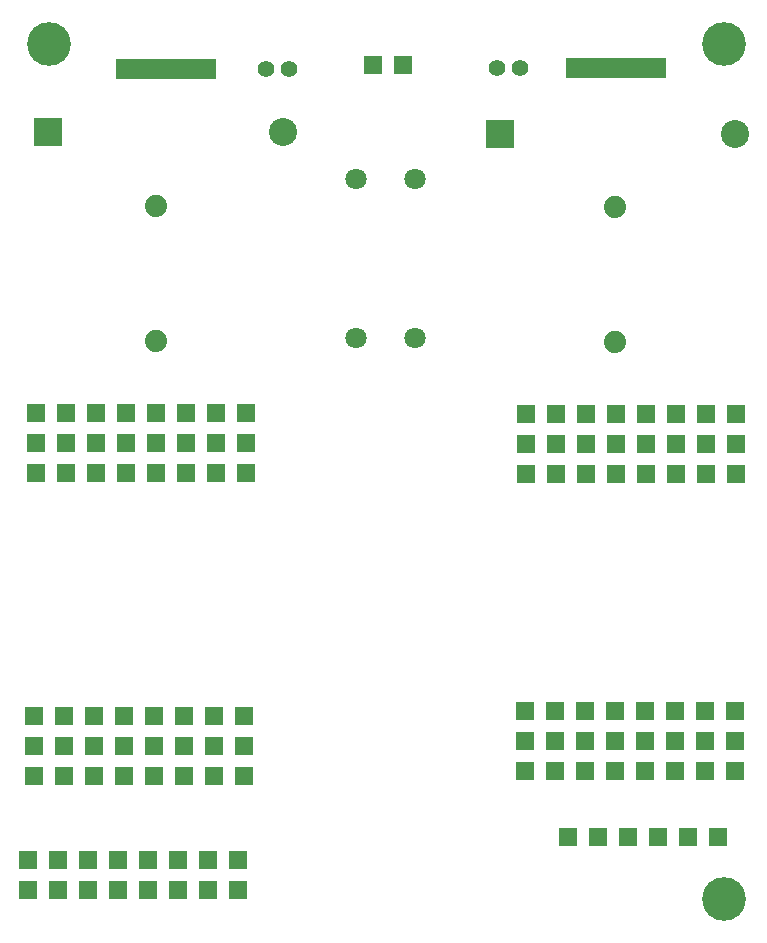
<source format=gbr>
G04 EAGLE Gerber RS-274X export*
G75*
%MOMM*%
%FSLAX34Y34*%
%LPD*%
%INSoldermask Bottom*%
%IPPOS*%
%AMOC8*
5,1,8,0,0,1.08239X$1,22.5*%
G01*
%ADD10C,3.703200*%
%ADD11C,1.403200*%
%ADD12C,1.803200*%
%ADD13R,2.372362X2.372362*%
%ADD14C,2.372362*%
%ADD15R,1.603200X1.603200*%
%ADD16C,1.879600*%
%ADD17R,1.743200X1.743200*%


D10*
X609600Y38100D03*
X609600Y762000D03*
X38100Y762000D03*
D11*
X241300Y740410D03*
X221300Y740410D03*
X436880Y741680D03*
X416880Y741680D03*
D12*
X297815Y512445D03*
X347815Y512445D03*
X347980Y647700D03*
X297980Y647700D03*
D13*
X37084Y687070D03*
D14*
X236220Y687070D03*
D13*
X419354Y685800D03*
D14*
X618490Y685800D03*
D15*
X477520Y90170D03*
X502920Y90170D03*
X528320Y90170D03*
X553720Y90170D03*
X579120Y90170D03*
X604520Y90170D03*
X312420Y743585D03*
X337820Y743585D03*
D16*
X128270Y624840D03*
X128270Y510440D03*
X516890Y623570D03*
X516890Y509170D03*
D15*
X203200Y193040D03*
X203200Y167640D03*
X203200Y142240D03*
X177800Y193040D03*
X152400Y193040D03*
X127000Y193040D03*
X101600Y193040D03*
X76200Y193040D03*
X50800Y193040D03*
X25400Y193040D03*
X177800Y167640D03*
X152400Y167640D03*
X127000Y167640D03*
X101600Y167640D03*
X76200Y167640D03*
X50800Y167640D03*
X25400Y167640D03*
X177800Y142240D03*
X152400Y142240D03*
X127000Y142240D03*
X101600Y142240D03*
X76200Y142240D03*
X50800Y142240D03*
X25400Y142240D03*
X26670Y398780D03*
X26670Y424180D03*
X26670Y449580D03*
X52070Y398780D03*
X77470Y398780D03*
X102870Y398780D03*
X128270Y398780D03*
X153670Y398780D03*
X179070Y398780D03*
X204470Y398780D03*
X52070Y424180D03*
X77470Y424180D03*
X102870Y424180D03*
X128270Y424180D03*
X153670Y424180D03*
X179070Y424180D03*
X204470Y424180D03*
X52070Y449580D03*
X77470Y449580D03*
X102870Y449580D03*
X128270Y449580D03*
X153670Y449580D03*
X179070Y449580D03*
X204470Y449580D03*
X441960Y397510D03*
X441960Y422910D03*
X441960Y448310D03*
X467360Y397510D03*
X492760Y397510D03*
X518160Y397510D03*
X543560Y397510D03*
X568960Y397510D03*
X594360Y397510D03*
X619760Y397510D03*
X467360Y422910D03*
X492760Y422910D03*
X518160Y422910D03*
X543560Y422910D03*
X568960Y422910D03*
X594360Y422910D03*
X619760Y422910D03*
X467360Y448310D03*
X492760Y448310D03*
X518160Y448310D03*
X543560Y448310D03*
X568960Y448310D03*
X594360Y448310D03*
X619760Y448310D03*
X618490Y196850D03*
X618490Y171450D03*
X618490Y146050D03*
X593090Y196850D03*
X567690Y196850D03*
X542290Y196850D03*
X516890Y196850D03*
X491490Y196850D03*
X466090Y196850D03*
X440690Y196850D03*
X593090Y171450D03*
X567690Y171450D03*
X542290Y171450D03*
X516890Y171450D03*
X491490Y171450D03*
X466090Y171450D03*
X440690Y171450D03*
X593090Y146050D03*
X567690Y146050D03*
X542290Y146050D03*
X516890Y146050D03*
X491490Y146050D03*
X466090Y146050D03*
X440690Y146050D03*
D17*
X102870Y740410D03*
X119870Y740410D03*
X136870Y740410D03*
X153870Y740410D03*
X170870Y740410D03*
X483870Y741680D03*
X500870Y741680D03*
X517870Y741680D03*
X534870Y741680D03*
X551870Y741680D03*
D15*
X19685Y45720D03*
X45085Y45720D03*
X70485Y45720D03*
X95885Y45720D03*
X121285Y45720D03*
X146685Y45720D03*
X172085Y45720D03*
X197485Y45720D03*
X197485Y71120D03*
X172085Y71120D03*
X146685Y71120D03*
X121285Y71120D03*
X95885Y71120D03*
X70485Y71120D03*
X45085Y71120D03*
X19685Y71120D03*
M02*

</source>
